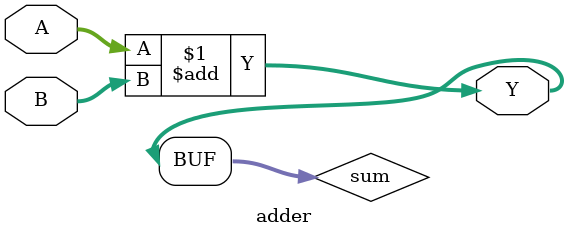
<source format=v>
module adder
(
    // where you declare the input and output
    // the syntax format follows...
    // in/out keyword - (data type) [bit range] (variable name)
    input   wire [7:0] A,       // 8 bit input port
    input   wire [7:0] B,       // 8 bit input port
    output  wire [7:0] Y        // 8 bit output port
); 
// where you implement the functionality 

// wire type requires assign keyword
wire [7:0] sum; 
assign sum = A + B; 

/*
// register type requires begin/end block 
// signals for the sensitivity list after '@ is separated by 'or' 
reg [7:0] sum; 
always @(A or B)
begin 
    sum = A+B; 
end 
*/

// Y port requires assign keyword because it's a wire
assign Y = sum; 




// number representation 
// (digit)'(radix)(number)


endmodule
</source>
